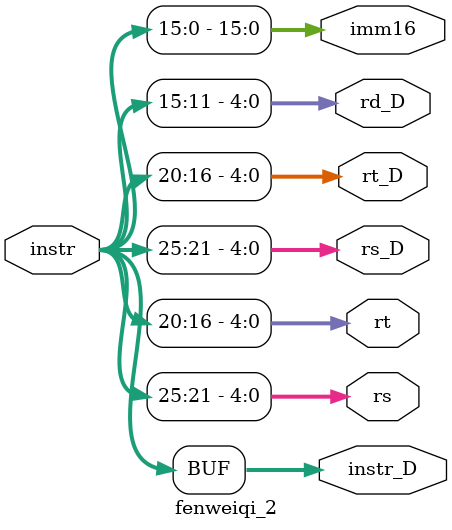
<source format=v>
`timescale 1ns / 1ps
module fenweiqi_2(
    input [31:0] instr,
    output [31:0] instr_D,
    output [4:0] rs,
    output [4:0] rt,
    output [4:0] rs_D,
    output [4:0] rt_D,
    output [4:0] rd_D,
    output [15:0] imm16
    );
	 assign instr_D = instr;
	 assign rs = instr[25:21];
	 assign rt = instr[20:16];
	 assign rs_D = instr[25:21];
	 assign rt_D = instr[20:16];
	 assign rd_D = instr[15:11];
	 assign imm16 = instr[15:0];


endmodule

</source>
